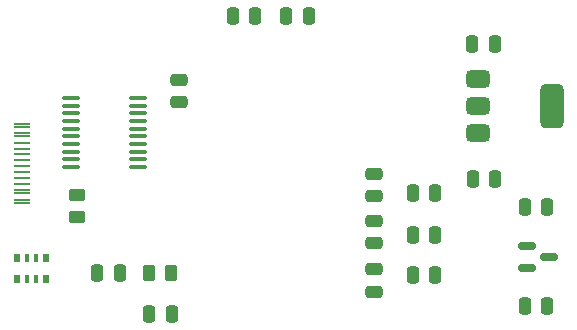
<source format=gbr>
%TF.GenerationSoftware,KiCad,Pcbnew,8.0.6*%
%TF.CreationDate,2024-12-31T08:05:46-06:00*%
%TF.ProjectId,003Ball,30303342-616c-46c2-9e6b-696361645f70,rev?*%
%TF.SameCoordinates,Original*%
%TF.FileFunction,Paste,Top*%
%TF.FilePolarity,Positive*%
%FSLAX46Y46*%
G04 Gerber Fmt 4.6, Leading zero omitted, Abs format (unit mm)*
G04 Created by KiCad (PCBNEW 8.0.6) date 2024-12-31 08:05:46*
%MOMM*%
%LPD*%
G01*
G04 APERTURE LIST*
G04 Aperture macros list*
%AMRoundRect*
0 Rectangle with rounded corners*
0 $1 Rounding radius*
0 $2 $3 $4 $5 $6 $7 $8 $9 X,Y pos of 4 corners*
0 Add a 4 corners polygon primitive as box body*
4,1,4,$2,$3,$4,$5,$6,$7,$8,$9,$2,$3,0*
0 Add four circle primitives for the rounded corners*
1,1,$1+$1,$2,$3*
1,1,$1+$1,$4,$5*
1,1,$1+$1,$6,$7*
1,1,$1+$1,$8,$9*
0 Add four rect primitives between the rounded corners*
20,1,$1+$1,$2,$3,$4,$5,0*
20,1,$1+$1,$4,$5,$6,$7,0*
20,1,$1+$1,$6,$7,$8,$9,0*
20,1,$1+$1,$8,$9,$2,$3,0*%
G04 Aperture macros list end*
%ADD10RoundRect,0.150000X-0.587500X-0.150000X0.587500X-0.150000X0.587500X0.150000X-0.587500X0.150000X0*%
%ADD11RoundRect,0.375000X-0.625000X-0.375000X0.625000X-0.375000X0.625000X0.375000X-0.625000X0.375000X0*%
%ADD12RoundRect,0.500000X-0.500000X-1.400000X0.500000X-1.400000X0.500000X1.400000X-0.500000X1.400000X0*%
%ADD13RoundRect,0.100000X0.637500X0.100000X-0.637500X0.100000X-0.637500X-0.100000X0.637500X-0.100000X0*%
%ADD14R,0.500000X0.800000*%
%ADD15R,0.400000X0.800000*%
%ADD16RoundRect,0.250000X0.262500X0.450000X-0.262500X0.450000X-0.262500X-0.450000X0.262500X-0.450000X0*%
%ADD17RoundRect,0.250000X0.450000X-0.262500X0.450000X0.262500X-0.450000X0.262500X-0.450000X-0.262500X0*%
%ADD18R,1.400000X0.250000*%
%ADD19RoundRect,0.250000X-0.250000X-0.475000X0.250000X-0.475000X0.250000X0.475000X-0.250000X0.475000X0*%
%ADD20RoundRect,0.250000X0.250000X0.475000X-0.250000X0.475000X-0.250000X-0.475000X0.250000X-0.475000X0*%
%ADD21RoundRect,0.250000X0.475000X-0.250000X0.475000X0.250000X-0.475000X0.250000X-0.475000X-0.250000X0*%
%ADD22RoundRect,0.250000X-0.475000X0.250000X-0.475000X-0.250000X0.475000X-0.250000X0.475000X0.250000X0*%
G04 APERTURE END LIST*
D10*
%TO.C,U4*%
X201112500Y-79050000D03*
X201112500Y-80950000D03*
X202987500Y-80000000D03*
%TD*%
D11*
%TO.C,U3*%
X196912500Y-64900000D03*
X196912500Y-67200000D03*
D12*
X203212500Y-67200000D03*
D11*
X196912500Y-69500000D03*
%TD*%
D13*
%TO.C,U1*%
X168200000Y-72400000D03*
X168200000Y-71750000D03*
X168200000Y-71100000D03*
X168200000Y-70450000D03*
X168200000Y-69800000D03*
X168200000Y-69150000D03*
X168200000Y-68500000D03*
X168200000Y-67850000D03*
X168200000Y-67200000D03*
X168200000Y-66550000D03*
X162475000Y-66550000D03*
X162475000Y-67200000D03*
X162475000Y-67850000D03*
X162475000Y-68500000D03*
X162475000Y-69150000D03*
X162475000Y-69800000D03*
X162475000Y-70450000D03*
X162475000Y-71100000D03*
X162475000Y-71750000D03*
X162475000Y-72400000D03*
%TD*%
D14*
%TO.C,RN1*%
X157952500Y-81875000D03*
D15*
X158752500Y-81875000D03*
X159552500Y-81875000D03*
D14*
X160352500Y-81875000D03*
X160352500Y-80075000D03*
D15*
X159552500Y-80075000D03*
X158752500Y-80075000D03*
D14*
X157952500Y-80075000D03*
%TD*%
D16*
%TO.C,R2*%
X170950000Y-81365000D03*
X169125000Y-81365000D03*
%TD*%
D17*
%TO.C,R1*%
X162952500Y-76587500D03*
X162952500Y-74762500D03*
%TD*%
D18*
%TO.C,J1*%
X158340000Y-68750000D03*
X158340000Y-69550000D03*
X158340000Y-70825000D03*
X158340000Y-71825000D03*
X158340000Y-72325000D03*
X158340000Y-70325000D03*
X158340000Y-74600000D03*
X158340000Y-75400000D03*
X158340000Y-75150000D03*
X158340000Y-74350000D03*
X158340000Y-73825000D03*
X158340000Y-72825000D03*
X158340000Y-71325000D03*
X158340000Y-73325000D03*
X158340000Y-69800000D03*
X158340000Y-69000000D03*
%TD*%
D19*
%TO.C,C15*%
X169100000Y-84800000D03*
X171000000Y-84800000D03*
%TD*%
D20*
%TO.C,C14*%
X166625000Y-81365000D03*
X164725000Y-81365000D03*
%TD*%
D21*
%TO.C,C13*%
X188125000Y-74865000D03*
X188125000Y-72965000D03*
%TD*%
D19*
%TO.C,C12*%
X191425000Y-74565000D03*
X193325000Y-74565000D03*
%TD*%
%TO.C,C11*%
X191425000Y-78165000D03*
X193325000Y-78165000D03*
%TD*%
D21*
%TO.C,C10*%
X188125000Y-78865000D03*
X188125000Y-76965000D03*
%TD*%
D19*
%TO.C,C9*%
X191425000Y-81565000D03*
X193325000Y-81565000D03*
%TD*%
D22*
%TO.C,C8*%
X188125000Y-81065000D03*
X188125000Y-82965000D03*
%TD*%
D19*
%TO.C,C7*%
X200900000Y-84200000D03*
X202800000Y-84200000D03*
%TD*%
D20*
%TO.C,C6*%
X202800000Y-75800000D03*
X200900000Y-75800000D03*
%TD*%
%TO.C,C5*%
X196450000Y-62000000D03*
X198350000Y-62000000D03*
%TD*%
D19*
%TO.C,C4*%
X196500000Y-73400000D03*
X198400000Y-73400000D03*
%TD*%
D20*
%TO.C,C3*%
X178100000Y-59600000D03*
X176200000Y-59600000D03*
%TD*%
%TO.C,C2*%
X182600000Y-59600000D03*
X180700000Y-59600000D03*
%TD*%
D22*
%TO.C,C1*%
X171600000Y-65000000D03*
X171600000Y-66900000D03*
%TD*%
M02*

</source>
